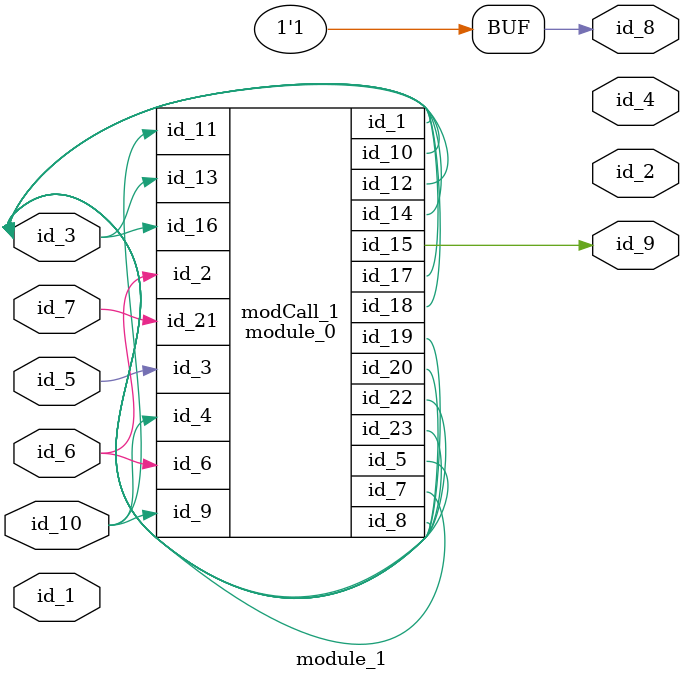
<source format=v>
module module_0 (
    id_1,
    id_2,
    id_3,
    id_4,
    id_5,
    id_6,
    id_7,
    id_8,
    id_9,
    id_10,
    id_11,
    id_12,
    id_13,
    id_14,
    id_15,
    id_16,
    id_17,
    id_18,
    id_19,
    id_20,
    id_21,
    id_22,
    id_23
);
  output wire id_23;
  inout wire id_22;
  input wire id_21;
  inout wire id_20;
  inout wire id_19;
  inout wire id_18;
  inout wire id_17;
  input wire id_16;
  output wire id_15;
  inout wire id_14;
  input wire id_13;
  output wire id_12;
  input wire id_11;
  inout wire id_10;
  input wire id_9;
  inout wire id_8;
  inout wire id_7;
  input wire id_6;
  inout wire id_5;
  input wire id_4;
  input wire id_3;
  input wire id_2;
  inout wire id_1;
endmodule
module module_1 (
    id_1,
    id_2,
    id_3,
    id_4,
    id_5,
    id_6,
    id_7,
    id_8,
    id_9,
    id_10
);
  input wire id_10;
  output wire id_9;
  output wire id_8;
  input wire id_7;
  input wire id_6;
  input wire id_5;
  output wire id_4;
  inout wire id_3;
  output wire id_2;
  input wire id_1;
  assign id_8 = 1'b0 <= 1;
  module_0 modCall_1 (
      id_3,
      id_6,
      id_5,
      id_10,
      id_3,
      id_6,
      id_3,
      id_3,
      id_10,
      id_3,
      id_10,
      id_3,
      id_3,
      id_3,
      id_9,
      id_3,
      id_3,
      id_3,
      id_3,
      id_3,
      id_7,
      id_3,
      id_3
  );
  wire id_11;
  wire id_12;
endmodule

</source>
